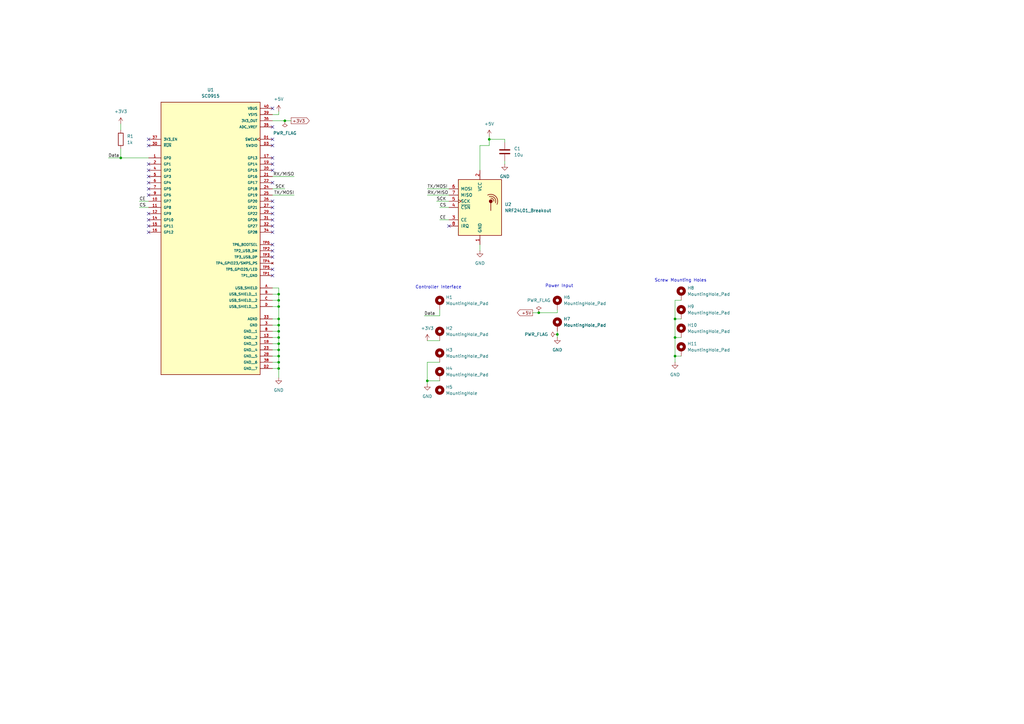
<source format=kicad_sch>
(kicad_sch (version 20231120) (generator "eeschema") (generator_version "8.0")
  (paper "A3")
  (lib_symbols
    (symbol "Device:C" (pin_numbers hide) (pin_names (offset 0.254))
      (property "Reference" "C" (at 0.635 2.54 0))
      (property "Value" "C" (at 0.635 -2.54 0))
      (symbol "C_0_1"
        (polyline (pts (xy -2.032 -0.762) (xy 2.032 -0.762)) (stroke (width 0.508)))
        (polyline (pts (xy -2.032 0.762) (xy 2.032 0.762)) (stroke (width 0.508)))
      )
      (symbol "C_1_1"
        (pin passive line (at 0 3.81 270) (length 2.794) (name "~") (number "1"))
        (pin passive line (at 0 -3.81 90) (length 2.794) (name "~") (number "2"))
      )
    )
    (symbol "Device:R" (pin_numbers hide) (pin_names (offset 0))
      (property "Reference" "R" (at 2.032 0 90))
      (property "Value" "R" (at 0 0 90))
      (symbol "R_0_1"
        (rectangle (start -1.016 -2.54) (end 1.016 2.54) (stroke (width 0.254)))
      )
      (symbol "R_1_1"
        (pin passive line (at 0 3.81 270) (length 1.27) (name "~") (number "1"))
        (pin passive line (at 0 -3.81 90) (length 1.27) (name "~") (number "2"))
      )
    )
    (symbol "Mechanical:MountingHole" (pin_names (offset 1.016)) (exclude_from_sim yes) (in_bom no)
      (property "Reference" "H" (at 0 5.08 0))
      (property "Value" "MountingHole" (at 0 3.175 0))
      (symbol "MountingHole_0_1"
        (circle (center 0 0) (radius 1.27) (stroke (width 1.27)))
      )
    )
    (symbol "Mechanical:MountingHole_Pad" (pin_numbers hide) (pin_names (offset 1.016) hide) (exclude_from_sim yes) (in_bom no)
      (property "Reference" "H" (at 0 6.35 0))
      (property "Value" "MountingHole_Pad" (at 0 4.445 0))
      (symbol "MountingHole_Pad_0_1"
        (circle (center 0 1.27) (radius 1.27) (stroke (width 1.27)))
      )
      (symbol "MountingHole_Pad_1_1"
        (pin input line (at 0 -2.54 90) (length 2.54) (name "1") (number "1"))
      )
    )
    (symbol "Project_Lib:SC0915" (pin_names (offset 1.016))
      (property "Reference" "U" (at -20.32 44.069 0))
      (property "Value" "SC0915" (at -20.32 -71.12 0))
      (symbol "SC0915_0_0"
        (rectangle (start -20.32 -68.58) (end 20.32 43.18) (stroke (width 0.254)) (fill (type background)))
        (pin bidirectional line (at -25.4 20.32 0) (length 5.08) (name "GP0") (number "1"))
        (pin bidirectional line (at -25.4 2.54 0) (length 5.08) (name "GP7") (number "10"))
        (pin bidirectional line (at -25.4 0 0) (length 5.08) (name "GP8") (number "11"))
        (pin bidirectional line (at -25.4 -2.54 0) (length 5.08) (name "GP9") (number "12"))
        (pin power_in line (at 25.4 -53.34 180) (length 5.08) (name "GND__2") (number "13"))
        (pin bidirectional line (at -25.4 -5.08 0) (length 5.08) (name "GP10") (number "14"))
        (pin bidirectional line (at -25.4 -7.62 0) (length 5.08) (name "GP11") (number "15"))
        (pin bidirectional line (at -25.4 -10.16 0) (length 5.08) (name "GP12") (number "16"))
        (pin bidirectional line (at 25.4 20.32 180) (length 5.08) (name "GP13") (number "17"))
        (pin power_in line (at 25.4 -55.88 180) (length 5.08) (name "GND__3") (number "18"))
        (pin bidirectional line (at 25.4 17.78 180) (length 5.08) (name "GP14") (number "19"))
        (pin bidirectional line (at -25.4 17.78 0) (length 5.08) (name "GP1") (number "2"))
        (pin bidirectional line (at 25.4 15.24 180) (length 5.08) (name "GP15") (number "20"))
        (pin bidirectional line (at 25.4 12.7 180) (length 5.08) (name "GP16") (number "21"))
        (pin bidirectional line (at 25.4 10.16 180) (length 5.08) (name "GP17") (number "22"))
        (pin power_in line (at 25.4 -58.42 180) (length 5.08) (name "GND__4") (number "23"))
        (pin bidirectional line (at 25.4 7.62 180) (length 5.08) (name "GP18") (number "24"))
        (pin bidirectional line (at 25.4 5.08 180) (length 5.08) (name "GP19") (number "25"))
        (pin bidirectional line (at 25.4 2.54 180) (length 5.08) (name "GP20") (number "26"))
        (pin bidirectional line (at 25.4 0 180) (length 5.08) (name "GP21") (number "27"))
        (pin power_in line (at 25.4 -60.96 180) (length 5.08) (name "GND__5") (number "28"))
        (pin bidirectional line (at 25.4 -2.54 180) (length 5.08) (name "GP22") (number "29"))
        (pin power_in line (at 25.4 -48.26 180) (length 5.08) (name "GND") (number "3"))
        (pin input line (at -25.4 25.4 0) (length 5.08) (name "~{RUN}") (number "30"))
        (pin bidirectional line (at 25.4 -5.08 180) (length 5.08) (name "GP26") (number "31"))
        (pin bidirectional line (at 25.4 -7.62 180) (length 5.08) (name "GP27") (number "32"))
        (pin power_in line (at 25.4 -45.72 180) (length 5.08) (name "AGND") (number "33"))
        (pin bidirectional line (at 25.4 -10.16 180) (length 5.08) (name "GP28") (number "34"))
        (pin power_in line (at 25.4 33.02 180) (length 5.08) (name "ADC_VREF") (number "35"))
        (pin power_in line (at 25.4 35.56 180) (length 5.08) (name "3V3_OUT") (number "36"))
        (pin input line (at -25.4 27.94 0) (length 5.08) (name "3V3_EN") (number "37"))
        (pin power_in line (at 25.4 -63.5 180) (length 5.08) (name "GND__6") (number "38"))
        (pin power_in line (at 25.4 38.1 180) (length 5.08) (name "VSYS") (number "39"))
        (pin bidirectional line (at -25.4 15.24 0) (length 5.08) (name "GP2") (number "4"))
        (pin power_in line (at 25.4 40.64 180) (length 5.08) (name "VBUS") (number "40"))
        (pin bidirectional line (at -25.4 12.7 0) (length 5.08) (name "GP3") (number "5"))
        (pin bidirectional line (at -25.4 10.16 0) (length 5.08) (name "GP4") (number "6"))
        (pin bidirectional line (at -25.4 7.62 0) (length 5.08) (name "GP5") (number "7"))
        (pin power_in line (at 25.4 -50.8 180) (length 5.08) (name "GND__1") (number "8"))
        (pin bidirectional line (at -25.4 5.08 0) (length 5.08) (name "GP6") (number "9"))
        (pin power_in line (at 25.4 -33.02 180) (length 5.08) (name "USB_SHIELD") (number "A"))
        (pin power_in line (at 25.4 -35.56 180) (length 5.08) (name "USB_SHIELD__1") (number "B"))
        (pin power_in line (at 25.4 -38.1 180) (length 5.08) (name "USB_SHIELD__2") (number "C"))
        (pin power_in line (at 25.4 -40.64 180) (length 5.08) (name "USB_SHIELD__3") (number "D"))
        (pin input clock (at 25.4 27.94 180) (length 5.08) (name "SWCLK") (number "D1"))
        (pin power_in line (at 25.4 -66.04 180) (length 5.08) (name "GND__7") (number "D2"))
        (pin bidirectional line (at 25.4 25.4 180) (length 5.08) (name "SWDIO") (number "D3"))
        (pin power_in line (at 25.4 -27.94 180) (length 5.08) (name "TP1_GND") (number "TP1"))
        (pin bidirectional line (at 25.4 -17.78 180) (length 5.08) (name "TP2_USB_DM") (number "TP2"))
        (pin bidirectional line (at 25.4 -20.32 180) (length 5.08) (name "TP3_USB_DP") (number "TP3"))
        (pin no_connect line (at 25.4 -22.86 180) (length 5.08) (name "TP4_GPIO23/SMPS_PS") (number "TP4"))
        (pin output line (at 25.4 -25.4 180) (length 5.08) (name "TP5_GPIO25/LED") (number "TP5"))
        (pin input line (at 25.4 -15.24 180) (length 5.08) (name "TP6_BOOTSEL") (number "TP6"))
      )
    )
    (symbol "RF:NRF24L01_Breakout" (pin_names (offset 1.016))
      (property "Reference" "U" (at -8.89 12.7 0))
      (property "Value" "NRF24L01_Breakout" (at 3.81 12.7 0))
      (symbol "NRF24L01_Breakout_0_1"
        (rectangle (start -8.89 11.43) (end 8.89 -11.43) (stroke (width 0.254)) (fill (type background)))
        (polyline (pts (xy 4.445 1.905) (xy 4.445 -1.27)) (stroke (width 0.254)))
        (circle (center 4.445 2.54) (radius 0.635) (stroke (width 0.254)) (fill (type outline)))
        (arc (start 5.715 2.54) (mid 5.3521 3.4546) (end 4.445 3.81) (stroke (width 0.254)))
        (arc (start 6.35 1.905) (mid 5.8763 3.9854) (end 3.81 4.445) (stroke (width 0.254)))
        (arc (start 6.985 1.27) (mid 6.453 4.548) (end 3.175 5.08) (stroke (width 0.254)))
      )
      (symbol "NRF24L01_Breakout_1_1"
        (pin power_in line (at 0 -15.24 90) (length 3.81) (name "GND") (number "1"))
        (pin power_in line (at 0 15.24 270) (length 3.81) (name "VCC") (number "2"))
        (pin input line (at -12.7 -5.08 0) (length 3.81) (name "CE") (number "3"))
        (pin input line (at -12.7 0 0) (length 3.81) (name "~{CSN}") (number "4"))
        (pin input clock (at -12.7 2.54 0) (length 3.81) (name "SCK") (number "5"))
        (pin input line (at -12.7 7.62 0) (length 3.81) (name "MOSI") (number "6"))
        (pin output line (at -12.7 5.08 0) (length 3.81) (name "MISO") (number "7"))
        (pin output line (at -12.7 -7.62 0) (length 3.81) (name "IRQ") (number "8"))
      )
    )
    (symbol "power:+3V3" (power) (pin_numbers hide) (pin_names (offset 0) hide)
      (property "Value" "+3V3" (at 0 3.556 0))
      (symbol "+3V3_0_1"
        (polyline (pts (xy -0.762 1.27) (xy 0 2.54)))
        (polyline (pts (xy 0 0) (xy 0 2.54)))
        (polyline (pts (xy 0 2.54) (xy 0.762 1.27)))
      )
      (symbol "+3V3_1_1"
        (pin power_in line (at 0 0 90) (length 0) (name "~") (number "1"))
      )
    )
    (symbol "power:+5V" (power) (pin_numbers hide) (pin_names (offset 0) hide)
      (property "Value" "+5V" (at 0 3.556 0))
      (symbol "+5V_0_1"
        (polyline (pts (xy -0.762 1.27) (xy 0 2.54)))
        (polyline (pts (xy 0 0) (xy 0 2.54)))
        (polyline (pts (xy 0 2.54) (xy 0.762 1.27)))
      )
      (symbol "+5V_1_1"
        (pin power_in line (at 0 0 90) (length 0) (name "~") (number "1"))
      )
    )
    (symbol "power:GND" (power) (pin_numbers hide) (pin_names (offset 0) hide)
      (property "Value" "GND" (at 0 -3.81 0))
      (symbol "GND_0_1"
        (polyline (pts (xy 0 0) (xy 0 -1.27) (xy 1.27 -1.27) (xy 0 -2.54) (xy -1.27 -1.27) (xy 0 -1.27)))
      )
      (symbol "GND_1_1"
        (pin power_in line (at 0 0 270) (length 0) (name "~") (number "1"))
      )
    )
    (symbol "power:PWR_FLAG" (power) (pin_numbers hide) (pin_names (offset 0) hide)
      (property "Value" "PWR_FLAG" (at 0 3.81 0))
      (symbol "PWR_FLAG_0_0"
        (pin power_out line (at 0 0 90) (length 0) (name "~") (number "1"))
      )
      (symbol "PWR_FLAG_0_1"
        (polyline (pts (xy 0 0) (xy 0 1.27) (xy -1.016 1.905) (xy 0 2.54) (xy 1.016 1.905) (xy 0 1.27)))
      )
    )
  )
  (junction (at 228.6 137.16))
  (junction (at 114.3 133.35))
  (junction (at 175.26 156.21))
  (junction (at 220.98 128.27))
  (junction (at 49.53 64.77))
  (junction (at 116.84 49.53))
  (junction (at 114.3 120.65))
  (junction (at 114.3 130.81))
  (junction (at 114.3 138.43))
  (junction (at 114.3 146.05))
  (junction (at 200.66 57.15))
  (junction (at 114.3 151.13))
  (junction (at 114.3 125.73))
  (junction (at 114.3 143.51))
  (junction (at 276.86 146.05))
  (junction (at 276.86 138.43))
  (junction (at 114.3 148.59))
  (junction (at 114.3 123.19))
  (junction (at 276.86 130.81))
  (junction (at 114.3 135.89))
  (junction (at 114.3 140.97))
  (no_connect (at 60.96 74.93))
  (no_connect (at 60.96 90.17))
  (no_connect (at 60.96 80.01))
  (no_connect (at 111.76 92.71))
  (no_connect (at 111.76 57.15))
  (no_connect (at 60.96 92.71))
  (no_connect (at 111.76 113.03))
  (no_connect (at 111.76 110.49))
  (no_connect (at 111.76 90.17))
  (no_connect (at 111.76 69.85))
  (no_connect (at 111.76 82.55))
  (no_connect (at 111.76 87.63))
  (no_connect (at 60.96 87.63))
  (no_connect (at 60.96 69.85))
  (no_connect (at 60.96 59.69))
  (no_connect (at 111.76 105.41))
  (no_connect (at 111.76 44.45))
  (no_connect (at 111.76 100.33))
  (no_connect (at 111.76 74.93))
  (no_connect (at 184.15 92.71))
  (no_connect (at 60.96 95.25))
  (no_connect (at 111.76 59.69))
  (no_connect (at 111.76 64.77))
  (no_connect (at 60.96 67.31))
  (no_connect (at 111.76 85.09))
  (no_connect (at 60.96 72.39))
  (no_connect (at 60.96 57.15))
  (no_connect (at 111.76 95.25))
  (no_connect (at 111.76 102.87))
  (no_connect (at 111.76 52.07))
  (no_connect (at 111.76 67.31))
  (no_connect (at 60.96 77.47))
  (wire (pts (xy 114.3 45.72) (xy 114.3 46.99)))
  (wire (pts (xy 175.26 77.47) (xy 184.15 77.47)))
  (wire (pts (xy 111.76 133.35) (xy 114.3 133.35)))
  (wire (pts (xy 276.86 138.43) (xy 279.4 138.43)))
  (wire (pts (xy 276.86 138.43) (xy 276.86 146.05)))
  (wire (pts (xy 228.6 137.16) (xy 228.6 138.43)))
  (wire (pts (xy 180.34 129.54) (xy 180.34 127)))
  (wire (pts (xy 111.76 118.11) (xy 114.3 118.11)))
  (wire (pts (xy 173.99 129.54) (xy 180.34 129.54)))
  (wire (pts (xy 114.3 135.89) (xy 114.3 138.43)))
  (wire (pts (xy 196.85 100.33) (xy 196.85 102.87)))
  (wire (pts (xy 175.26 139.7) (xy 180.34 139.7)))
  (wire (pts (xy 111.76 130.81) (xy 114.3 130.81)))
  (wire (pts (xy 200.66 59.69) (xy 196.85 59.69)))
  (wire (pts (xy 114.3 118.11) (xy 114.3 120.65)))
  (wire (pts (xy 111.76 146.05) (xy 114.3 146.05)))
  (wire (pts (xy 49.53 64.77) (xy 60.96 64.77)))
  (wire (pts (xy 114.3 130.81) (xy 114.3 133.35)))
  (wire (pts (xy 180.34 85.09) (xy 184.15 85.09)))
  (wire (pts (xy 276.86 130.81) (xy 279.4 130.81)))
  (wire (pts (xy 111.76 143.51) (xy 114.3 143.51)))
  (wire (pts (xy 111.76 140.97) (xy 114.3 140.97)))
  (wire (pts (xy 111.76 151.13) (xy 114.3 151.13)))
  (wire (pts (xy 200.66 55.88) (xy 200.66 57.15)))
  (wire (pts (xy 57.15 82.55) (xy 60.96 82.55)))
  (wire (pts (xy 116.84 49.53) (xy 119.38 49.53)))
  (wire (pts (xy 218.44 128.27) (xy 220.98 128.27)))
  (wire (pts (xy 114.3 146.05) (xy 114.3 148.59)))
  (wire (pts (xy 111.76 120.65) (xy 114.3 120.65)))
  (wire (pts (xy 111.76 72.39) (xy 120.65 72.39)))
  (wire (pts (xy 220.98 128.27) (xy 228.6 128.27)))
  (wire (pts (xy 114.3 125.73) (xy 114.3 130.81)))
  (wire (pts (xy 180.34 148.59) (xy 175.26 148.59)))
  (wire (pts (xy 200.66 57.15) (xy 207.01 57.15)))
  (wire (pts (xy 114.3 138.43) (xy 114.3 140.97)))
  (wire (pts (xy 175.26 148.59) (xy 175.26 156.21)))
  (wire (pts (xy 111.76 80.01) (xy 120.65 80.01)))
  (wire (pts (xy 207.01 57.15) (xy 207.01 58.42)))
  (wire (pts (xy 114.3 123.19) (xy 114.3 125.73)))
  (wire (pts (xy 114.3 151.13) (xy 114.3 154.94)))
  (wire (pts (xy 207.01 66.04) (xy 207.01 67.31)))
  (wire (pts (xy 279.4 123.19) (xy 276.86 123.19)))
  (wire (pts (xy 175.26 80.01) (xy 184.15 80.01)))
  (wire (pts (xy 276.86 130.81) (xy 276.86 138.43)))
  (wire (pts (xy 111.76 138.43) (xy 114.3 138.43)))
  (wire (pts (xy 114.3 133.35) (xy 114.3 135.89)))
  (wire (pts (xy 276.86 146.05) (xy 276.86 148.59)))
  (wire (pts (xy 228.6 128.27) (xy 228.6 127)))
  (wire (pts (xy 196.85 59.69) (xy 196.85 69.85)))
  (wire (pts (xy 180.34 90.17) (xy 184.15 90.17)))
  (wire (pts (xy 111.76 123.19) (xy 114.3 123.19)))
  (wire (pts (xy 111.76 125.73) (xy 114.3 125.73)))
  (wire (pts (xy 49.53 50.8) (xy 49.53 53.34)))
  (wire (pts (xy 114.3 140.97) (xy 114.3 143.51)))
  (wire (pts (xy 114.3 143.51) (xy 114.3 146.05)))
  (wire (pts (xy 114.3 120.65) (xy 114.3 123.19)))
  (wire (pts (xy 114.3 46.99) (xy 111.76 46.99)))
  (wire (pts (xy 111.76 77.47) (xy 116.84 77.47)))
  (wire (pts (xy 111.76 49.53) (xy 116.84 49.53)))
  (wire (pts (xy 175.26 156.21) (xy 175.26 157.48)))
  (wire (pts (xy 44.45 64.77) (xy 49.53 64.77)))
  (wire (pts (xy 276.86 146.05) (xy 279.4 146.05)))
  (wire (pts (xy 111.76 148.59) (xy 114.3 148.59)))
  (wire (pts (xy 49.53 60.96) (xy 49.53 64.77)))
  (wire (pts (xy 57.15 85.09) (xy 60.96 85.09)))
  (wire (pts (xy 228.6 135.89) (xy 228.6 137.16)))
  (wire (pts (xy 114.3 148.59) (xy 114.3 151.13)))
  (wire (pts (xy 200.66 57.15) (xy 200.66 59.69)))
  (wire (pts (xy 175.26 156.21) (xy 180.34 156.21)))
  (wire (pts (xy 179.07 82.55) (xy 184.15 82.55)))
  (wire (pts (xy 276.86 123.19) (xy 276.86 130.81)))
  (wire (pts (xy 111.76 135.89) (xy 114.3 135.89)))
  (text "Screw Mounting Holes" (at 279.146 115.062 0) (effects (font (size 1.27 1.27))))
  (text "Controller Interface\n" (at 179.832 117.856 0) (effects (font (size 1.27 1.27))))
  (text "Power Input" (at 229.362 117.348 0) (effects (font (size 1.27 1.27))))
  (label "TX{slash}MOSI" (at 120.65 80.01 180))
  (label "RX{slash}MISO" (at 175.26 80.01 0))
  (label "TX{slash}MOSI" (at 175.26 77.47 0))
  (label "Data" (at 173.99 129.54 0))
  (label "Data" (at 44.45 64.77 0))
  (label "SCK" (at 116.84 77.47 180))
  (label "CS" (at 180.34 85.09 0))
  (label "CS" (at 57.15 85.09 0))
  (label "RX{slash}MISO" (at 120.65 72.39 180))
  (label "SCK" (at 179.07 82.55 0))
  (label "CE" (at 57.15 82.55 0))
  (label "CE" (at 180.34 90.17 0))
  (global_label "+3V3" (shape output) (at 119.38 49.53 0) (property "Intersheetrefs" "${INTERSHEET_REFS}" (effects (hide yes))))
  (global_label "+5V" (shape output) (at 218.44 128.27 180) (property "Intersheetrefs" "${INTERSHEET_REFS}" (effects (hide yes))))
  (symbol (lib_id "power:+3V3") (at 175.26 139.7 0) (unit 1)
    (property "Reference" "#PWR08" (effects (hide yes)))
    (property "Value" "+3V3" (at 175.26 134.62 0))
    (property "Description" "Power symbol creates a global label with name \"+3V3\"" (effects (hide yes)))
  )
  (symbol (lib_id "Project_Lib:SC0915") (at 86.36 85.09 0) (unit 1)
    (property "Reference" "U1" (at 86.36 36.83 0))
    (property "Value" "SC0915" (at 86.36 39.37 0))
    (property "Footprint" "Library:Raspberry Pi Pico" (effects (hide yes)))
    (property "PARTREV" "1.9" (effects (hide yes)))
    (property "SNAPEDA_PN" "SC0915" (effects (hide yes)))
    (property "STANDARD" "Manufacturer Recommendations" (effects (hide yes)))
    (property "MANUFACTURER" "Pi Supply" (effects (hide yes)))
  )
  (symbol (lib_id "power:GND") (at 114.3 154.94 0) (unit 1)
    (property "Reference" "#PWR07" (effects (hide yes)))
    (property "Value" "GND" (at 114.3 160.02 0))
    (property "Description" "Power symbol creates a global label with name \"GND\" , ground" (effects (hide yes)))
  )
  (symbol (lib_id "power:PWR_FLAG") (at 228.6 137.16 90) (unit 1)
    (property "Reference" "#FLG03" (effects (hide yes)))
    (property "Value" "PWR_FLAG" (at 224.79 137.1599 90) (effects (justify left)))
    (property "Description" "Special symbol for telling ERC where power comes from" (effects (hide yes)))
  )
  (symbol (lib_id "power:GND") (at 175.26 157.48 0) (unit 1)
    (property "Reference" "#PWR09" (effects (hide yes)))
    (property "Value" "GND" (at 175.26 162.56 0))
    (property "Description" "Power symbol creates a global label with name \"GND\" , ground" (effects (hide yes)))
  )
  (symbol (lib_id "Device:C") (at 207.01 62.23 0) (unit 1)
    (property "Reference" "C1" (at 210.82 60.9599 0) (effects (justify left)))
    (property "Value" "10u" (at 210.82 63.4999 0) (effects (justify left)))
    (property "Footprint" "Capacitor_SMD:C_0603_1608Metric_Pad1.08x0.95mm_HandSolder" (effects (hide yes)))
    (property "Description" "Unpolarized capacitor" (effects (hide yes)))
  )
  (symbol (lib_id "power:GND") (at 276.86 148.59 0) (unit 1)
    (property "Reference" "#PWR05" (effects (hide yes)))
    (property "Value" "GND" (at 276.86 153.67 0))
    (property "Description" "Power symbol creates a global label with name \"GND\" , ground" (effects (hide yes)))
  )
  (symbol (lib_id "Mechanical:MountingHole") (at 180.34 160.02 0) (unit 1) (exclude_from_sim yes) (in_bom no)
    (property "Reference" "H5" (at 182.88 158.7499 0) (effects (justify left)))
    (property "Value" "MountingHole" (at 182.88 161.2899 0) (effects (justify left)))
    (property "Description" "Mounting Hole without connection" (effects (hide yes)))
  )
  (symbol (lib_id "Device:R") (at 49.53 57.15 0) (unit 1)
    (property "Reference" "R1" (at 52.07 55.8799 0) (effects (justify left)))
    (property "Value" "1k" (at 52.07 58.4199 0) (effects (justify left)))
    (property "Footprint" "Resistor_SMD:R_0603_1608Metric_Pad0.98x0.95mm_HandSolder" (effects (hide yes)))
    (property "Description" "Resistor" (effects (hide yes)))
  )
  (symbol (lib_id "Mechanical:MountingHole_Pad") (at 279.4 143.51 0) (unit 1) (exclude_from_sim yes) (in_bom no)
    (property "Reference" "H11" (at 281.94 140.9699 0) (effects (justify left)))
    (property "Value" "MountingHole_Pad" (at 281.94 143.5099 0) (effects (justify left)))
    (property "Footprint" "MountingHole:MountingHole_2.2mm_M2_Pad" (effects (hide yes)))
    (property "Description" "Mounting Hole with connection" (effects (hide yes)))
  )
  (symbol (lib_id "power:GND") (at 196.85 102.87 0) (unit 1)
    (property "Reference" "#PWR01" (effects (hide yes)))
    (property "Value" "GND" (at 196.85 107.95 0))
    (property "Description" "Power symbol creates a global label with name \"GND\" , ground" (effects (hide yes)))
  )
  (symbol (lib_id "Mechanical:MountingHole_Pad") (at 180.34 146.05 0) (unit 1) (exclude_from_sim yes) (in_bom no)
    (property "Reference" "H3" (at 182.88 143.5099 0) (effects (justify left)))
    (property "Value" "MountingHole_Pad" (at 182.88 146.0499 0) (effects (justify left)))
    (property "Footprint" "Library:PAD" (effects (hide yes)))
    (property "Description" "Mounting Hole with connection" (effects (hide yes)))
  )
  (symbol (lib_id "Mechanical:MountingHole_Pad") (at 180.34 153.67 0) (unit 1) (exclude_from_sim yes) (in_bom no)
    (property "Reference" "H4" (at 182.88 151.1299 0) (effects (justify left)))
    (property "Value" "MountingHole_Pad" (at 182.88 153.6699 0) (effects (justify left)))
    (property "Footprint" "Library:PAD" (effects (hide yes)))
    (property "Description" "Mounting Hole with connection" (effects (hide yes)))
  )
  (symbol (lib_id "power:PWR_FLAG") (at 116.84 49.53 180) (unit 1)
    (property "Reference" "#FLG02" (effects (hide yes)))
    (property "Value" "PWR_FLAG" (at 116.84 54.61 0))
    (property "Description" "Special symbol for telling ERC where power comes from" (effects (hide yes)))
  )
  (symbol (lib_id "power:PWR_FLAG") (at 220.98 128.27 0) (unit 1)
    (property "Reference" "#FLG01" (effects (hide yes)))
    (property "Value" "PWR_FLAG" (at 220.98 123.19 0))
    (property "Description" "Special symbol for telling ERC where power comes from" (effects (hide yes)))
  )
  (symbol (lib_id "power:GND") (at 207.01 67.31 0) (unit 1)
    (property "Reference" "#PWR06" (effects (hide yes)))
    (property "Value" "GND" (at 207.01 72.39 0))
    (property "Description" "Power symbol creates a global label with name \"GND\" , ground" (effects (hide yes)))
  )
  (symbol (lib_id "Mechanical:MountingHole_Pad") (at 228.6 133.35 0) (unit 1) (exclude_from_sim yes) (in_bom no)
    (property "Reference" "H7" (at 231.14 130.8099 0) (effects (justify left)))
    (property "Value" "MountingHole_Pad" (at 231.14 133.3499 0) (effects (justify left)))
    (property "Footprint" "Library:PAD" (effects (hide yes)))
    (property "Description" "Mounting Hole with connection" (effects (hide yes)))
  )
  (symbol (lib_id "RF:NRF24L01_Breakout") (at 196.85 85.09 0) (unit 1)
    (property "Reference" "U2" (at 207.01 83.8199 0) (effects (justify left)))
    (property "Value" "NRF24L01_Breakout" (at 207.01 86.3599 0) (effects (justify left)))
    (property "Footprint" "RF_Module:nRF24L01_Breakout" (effects (hide yes)))
    (property "Datasheet" "http://www.nordicsemi.com/eng/content/download/2730/34105/file/nRF24L01_Product_Specification_v2_0.pdf" (effects (hide yes)))
    (property "Description" "Ultra low power 2.4GHz RF Transceiver, Carrier PCB" (effects (hide yes)))
  )
  (symbol (lib_id "Mechanical:MountingHole_Pad") (at 279.4 128.27 0) (unit 1) (exclude_from_sim yes) (in_bom no)
    (property "Reference" "H9" (at 281.94 125.7299 0) (effects (justify left)))
    (property "Value" "MountingHole_Pad" (at 281.94 128.2699 0) (effects (justify left)))
    (property "Footprint" "MountingHole:MountingHole_2.2mm_M2_Pad" (effects (hide yes)))
    (property "Description" "Mounting Hole with connection" (effects (hide yes)))
  )
  (symbol (lib_id "Mechanical:MountingHole_Pad") (at 180.34 124.46 0) (unit 1) (exclude_from_sim yes) (in_bom no)
    (property "Reference" "H1" (at 182.88 121.9199 0) (effects (justify left)))
    (property "Value" "MountingHole_Pad" (at 182.88 124.4599 0) (effects (justify left)))
    (property "Footprint" "Library:PAD" (effects (hide yes)))
    (property "Description" "Mounting Hole with connection" (effects (hide yes)))
  )
  (symbol (lib_id "Mechanical:MountingHole_Pad") (at 180.34 137.16 0) (unit 1) (exclude_from_sim yes) (in_bom no)
    (property "Reference" "H2" (at 182.88 134.6199 0) (effects (justify left)))
    (property "Value" "MountingHole_Pad" (at 182.88 137.1599 0) (effects (justify left)))
    (property "Footprint" "Library:PAD" (effects (hide yes)))
    (property "Description" "Mounting Hole with connection" (effects (hide yes)))
  )
  (symbol (lib_id "power:+5V") (at 200.66 55.88 0) (unit 1)
    (property "Reference" "#PWR02" (effects (hide yes)))
    (property "Value" "+5V" (at 200.66 50.8 0))
    (property "Description" "Power symbol creates a global label with name \"+5V\"" (effects (hide yes)))
  )
  (symbol (lib_id "power:+5V") (at 114.3 45.72 0) (unit 1)
    (property "Reference" "#PWR04" (effects (hide yes)))
    (property "Value" "+5V" (at 114.3 40.64 0))
    (property "Description" "Power symbol creates a global label with name \"+5V\"" (effects (hide yes)))
  )
  (symbol (lib_id "power:+3V3") (at 49.53 50.8 0) (unit 1)
    (property "Reference" "#PWR03" (effects (hide yes)))
    (property "Value" "+3V3" (at 49.53 45.72 0))
    (property "Description" "Power symbol creates a global label with name \"+3V3\"" (effects (hide yes)))
  )
  (symbol (lib_id "power:GND") (at 228.6 138.43 0) (unit 1)
    (property "Reference" "#PWR010" (effects (hide yes)))
    (property "Value" "GND" (at 228.6 143.51 0))
    (property "Description" "Power symbol creates a global label with name \"GND\" , ground" (effects (hide yes)))
  )
  (symbol (lib_id "Mechanical:MountingHole_Pad") (at 279.4 120.65 0) (unit 1) (exclude_from_sim yes) (in_bom no)
    (property "Reference" "H8" (at 281.94 118.1099 0) (effects (justify left)))
    (property "Value" "MountingHole_Pad" (at 281.94 120.6499 0) (effects (justify left)))
    (property "Footprint" "MountingHole:MountingHole_2.2mm_M2_Pad" (effects (hide yes)))
    (property "Description" "Mounting Hole with connection" (effects (hide yes)))
  )
  (symbol (lib_id "Mechanical:MountingHole_Pad") (at 228.6 124.46 0) (unit 1) (exclude_from_sim yes) (in_bom no)
    (property "Reference" "H6" (at 231.14 121.9199 0) (effects (justify left)))
    (property "Value" "MountingHole_Pad" (at 231.14 124.4599 0) (effects (justify left)))
    (property "Footprint" "Library:PAD" (effects (hide yes)))
    (property "Description" "Mounting Hole with connection" (effects (hide yes)))
  )
  (symbol (lib_id "Mechanical:MountingHole_Pad") (at 279.4 135.89 0) (unit 1) (exclude_from_sim yes) (in_bom no)
    (property "Reference" "H10" (at 281.94 133.3499 0) (effects (justify left)))
    (property "Value" "MountingHole_Pad" (at 281.94 135.8899 0) (effects (justify left)))
    (property "Footprint" "MountingHole:MountingHole_2.2mm_M2_Pad" (effects (hide yes)))
    (property "Description" "Mounting Hole with connection" (effects (hide yes)))
  )
)
</source>
